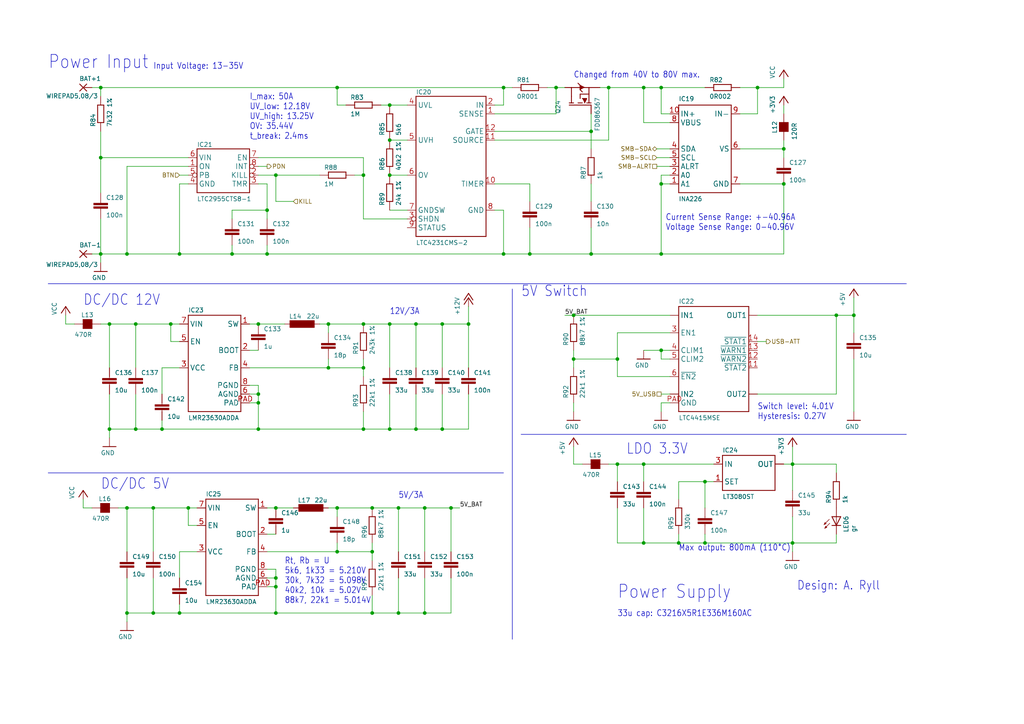
<source format=kicad_sch>
(kicad_sch (version 20250114) (generator "eeschema") (generator_version "9.0")
  (paper "A4")
  (text "DC/DC 12V" (at 24.13 88.9 0) (effects (font (size 3.048 2.5908)) (justify left bottom)))
  (text "33u cap: C3216X5R1E336M160AC" (at 179.07 179.07 0) (effects (font (size 1.778 1.5113)) (justify left bottom)))
  (text "Power Supply" (at 179.07 173.99 0) (effects (font (size 3.81 3.2385)) (justify left bottom)))
  (text "DC/DC 5V" (at 29.21 142.24 0) (effects (font (size 3.048 2.5908)) (justify left bottom)))
  (text "Input Voltage: 13-35V" (at 44.45 20.32 0) (effects (font (size 1.778 1.5113)) (justify left bottom)))
  (text "Max output: 800mA (110°C)" (at 196.85 160.02 0) (effects (font (size 1.778 1.5113)) (justify left bottom)))
  (text "Design: A. Ryll" (at 231.14 171.45 0) (effects (font (size 2.54 2.159)) (justify left bottom)))
  (text "Switch level: 4.01V\nHysteresis: 0.27V" (at 219.71 121.92 0) (effects (font (size 1.778 1.5113)) (justify left bottom)))
  (text "Power Input" (at 13.97 20.32 0) (effects (font (size 3.81 3.2385)) (justify left bottom)))
  (text "LDO 3.3V" (at 181.61 132.08 0) (effects (font (size 3.048 2.5908)) (justify left bottom)))
  (text "Current Sense Range: +-40.96A\nVoltage Sense Range: 0-40.96V" (at 193.04 67.056 0) (effects (font (size 1.778 1.5113)) (justify left bottom)))
  (text "Rt, Rb = U\n5k6, 1k33 = 5.210V\n30k, 7k32 = 5.098V\n40k2, 10k = 5.02V\n88k7, 22k1 = 5.014V" (at 82.55 175.26 0) (effects (font (size 1.778 1.5113)) (justify left bottom)))
  (text "5V Switch" (at 151.13 86.36 0) (effects (font (size 3.048 2.5908)) (justify left bottom)))
  (text "Changed from 40V to 80V max." (at 166.37 22.86 0) (effects (font (size 1.778 1.5113)) (justify left bottom)))
  (text "I_max: 50A\nUV_low: 12.18V\nUV_high: 13.25V\nOV: 35.44V\nt_break: 2.4ms" (at 72.39 40.64 0) (effects (font (size 1.778 1.5113)) (justify left bottom)))
  (text "12V/3A" (at 113.03 91.44 0) (effects (font (size 1.778 1.5113)) (justify left bottom)))
  (text "5V/3A" (at 115.57 144.78 0) (effects (font (size 1.778 1.5113)) (justify left bottom)))
  (junction (at 204.47 139.7))
  (junction (at 52.07 73.66))
  (junction (at 113.03 50.8))
  (junction (at 179.07 104.14))
  (junction (at 146.05 25.4))
  (junction (at 107.95 160.02))
  (junction (at 80.01 177.8))
  (junction (at 39.37 124.46))
  (junction (at 113.03 124.46))
  (junction (at 229.87 134.62))
  (junction (at 146.05 73.66))
  (junction (at 191.77 73.66))
  (junction (at 95.25 106.68))
  (junction (at 227.33 53.34))
  (junction (at 39.37 93.98))
  (junction (at 130.81 147.32))
  (junction (at 31.75 124.46))
  (junction (at 179.07 134.62))
  (junction (at 31.75 93.98))
  (junction (at 120.65 93.98))
  (junction (at 171.45 38.1))
  (junction (at 105.41 124.46))
  (junction (at 115.57 147.32))
  (junction (at 113.03 93.98))
  (junction (at 77.47 60.96))
  (junction (at 95.25 93.98))
  (junction (at 80.01 50.8))
  (junction (at 107.95 177.8))
  (junction (at 46.99 124.46))
  (junction (at 77.47 73.66))
  (junction (at 219.71 25.4))
  (junction (at 161.29 25.4))
  (junction (at 229.87 157.48))
  (junction (at 171.45 73.66))
  (junction (at 115.57 177.8))
  (junction (at 196.85 157.48))
  (junction (at 54.61 147.32))
  (junction (at 29.21 25.4))
  (junction (at 105.41 93.98))
  (junction (at 105.41 106.68))
  (junction (at 74.93 124.46))
  (junction (at 74.93 93.98))
  (junction (at 176.53 25.4))
  (junction (at 227.33 43.18))
  (junction (at 128.27 93.98))
  (junction (at 97.79 25.4))
  (junction (at 128.27 124.46))
  (junction (at 36.83 73.66))
  (junction (at 204.47 157.48))
  (junction (at 135.89 93.98))
  (junction (at 52.07 177.8))
  (junction (at 44.45 177.8))
  (junction (at 80.01 147.32))
  (junction (at 242.57 91.44))
  (junction (at 247.65 91.44))
  (junction (at 67.31 73.66))
  (junction (at 166.37 91.44))
  (junction (at 186.69 157.48))
  (junction (at 123.19 177.8))
  (junction (at 107.95 147.32))
  (junction (at 105.41 50.8))
  (junction (at 29.21 73.66))
  (junction (at 97.79 160.02))
  (junction (at 44.45 147.32))
  (junction (at 80.01 170.18))
  (junction (at 191.77 101.6))
  (junction (at 36.83 177.8))
  (junction (at 153.67 73.66))
  (junction (at 113.03 30.48))
  (junction (at 191.77 53.34))
  (junction (at 36.83 147.32))
  (junction (at 74.93 116.84))
  (junction (at 29.21 45.72))
  (junction (at 74.93 114.3))
  (junction (at 191.77 25.4))
  (junction (at 186.69 134.62))
  (junction (at 123.19 147.32))
  (junction (at 120.65 124.46))
  (junction (at 166.37 104.14))
  (junction (at 97.79 147.32))
  (junction (at 113.03 40.64))
  (junction (at 80.01 167.64))
  (junction (at 186.69 25.4))
  (junction (at 49.53 93.98))
  (wire (pts (xy 29.21 25.4) (xy 97.79 25.4)) (stroke (width 0.1524)))
  (wire (pts (xy 44.45 177.8) (xy 52.07 177.8)) (stroke (width 0.1524)))
  (wire (pts (xy 77.47 165.1) (xy 80.01 165.1)) (stroke (width 0.1524)))
  (wire (pts (xy 207.01 134.62) (xy 186.69 134.62)) (stroke (width 0.1524)))
  (wire (pts (xy 77.47 73.66) (xy 146.05 73.66)) (stroke (width 0.1524)))
  (wire (pts (xy 229.87 157.48) (xy 204.47 157.48)) (stroke (width 0.1524)))
  (wire (pts (xy 166.37 91.44) (xy 163.83 91.44)) (stroke (width 0.1524)))
  (wire (pts (xy 74.93 45.72) (xy 105.41 45.72)) (stroke (width 0.1524)))
  (wire (pts (xy 67.31 71.12) (xy 67.31 73.66)) (stroke (width 0.1524)))
  (wire (pts (xy 52.07 177.8) (xy 80.01 177.8)) (stroke (width 0.1524)))
  (wire (pts (xy 26.67 73.66) (xy 29.21 73.66)) (stroke (width 0.1524)))
  (wire (pts (xy 153.67 73.66) (xy 171.45 73.66)) (stroke (width 0.1524)))
  (wire (pts (xy 80.01 170.18) (xy 80.01 177.8)) (stroke (width 0.1524)))
  (wire (pts (xy 113.03 106.68) (xy 113.03 93.98)) (stroke (width 0.1524)))
  (wire (pts (xy 179.07 109.22) (xy 194.31 109.22)) (stroke (width 0.1524)))
  (wire (pts (xy 229.87 142.24) (xy 229.87 134.62)) (stroke (width 0.1524)))
  (wire (pts (xy 52.07 93.98) (xy 49.53 93.98)) (stroke (width 0.1524)))
  (wire (pts (xy 176.53 40.64) (xy 176.53 25.4)) (stroke (width 0.1524)))
  (wire (pts (xy 74.93 124.46) (xy 105.41 124.46)) (stroke (width 0.1524)))
  (wire (pts (xy 227.33 43.18) (xy 227.33 40.64)) (stroke (width 0.1524)))
  (wire (pts (xy 115.57 177.8) (xy 123.19 177.8)) (stroke (width 0.1524)))
  (wire (pts (xy 67.31 60.96) (xy 67.31 63.5)) (stroke (width 0.1524)))
  (wire (pts (xy 95.25 106.68) (xy 105.41 106.68)) (stroke (width 0.1524)))
  (wire (pts (xy 130.81 147.32) (xy 133.35 147.32)) (stroke (width 0.1524)))
  (wire (pts (xy 143.51 53.34) (xy 153.67 53.34)) (stroke (width 0.1524)))
  (wire (pts (xy 80.01 165.1) (xy 80.01 167.64)) (stroke (width 0.1524)))
  (wire (pts (xy 29.21 93.98) (xy 31.75 93.98)) (stroke (width 0.1524)))
  (wire (pts (xy 176.53 25.4) (xy 186.69 25.4)) (stroke (width 0.1524)))
  (wire (pts (xy 77.47 170.18) (xy 80.01 170.18)) (stroke (width 0.1524)))
  (wire (pts (xy 191.77 53.34) (xy 191.77 73.66)) (stroke (width 0.1524)))
  (wire (pts (xy 105.41 124.46) (xy 113.03 124.46)) (stroke (width 0.1524)))
  (wire (pts (xy 54.61 152.4) (xy 54.61 147.32)) (stroke (width 0.1524)))
  (wire (pts (xy 97.79 149.86) (xy 97.79 147.32)) (stroke (width 0.1524)))
  (wire (pts (xy 46.99 121.92) (xy 46.99 124.46)) (stroke (width 0.1524)))
  (wire (pts (xy 123.19 177.8) (xy 130.81 177.8)) (stroke (width 0.1524)))
  (wire (pts (xy 242.57 134.62) (xy 229.87 134.62)) (stroke (width 0.1524)))
  (wire (pts (xy 80.01 50.8) (xy 80.01 58.42)) (stroke (width 0.1524)))
  (wire (pts (xy 36.83 48.26) (xy 36.83 73.66)) (stroke (width 0.1524)))
  (wire (pts (xy 153.67 66.04) (xy 153.67 73.66)) (stroke (width 0.1524)))
  (wire (pts (xy 77.47 167.64) (xy 80.01 167.64)) (stroke (width 0.1524)))
  (wire (pts (xy 128.27 106.68) (xy 128.27 93.98)) (stroke (width 0.1524)))
  (wire (pts (xy 31.75 124.46) (xy 39.37 124.46)) (stroke (width 0.1524)))
  (wire (pts (xy 113.03 93.98) (xy 120.65 93.98)) (stroke (width 0.1524)))
  (wire (pts (xy 72.39 114.3) (xy 74.93 114.3)) (stroke (width 0.1524)))
  (wire (pts (xy 80.01 147.32) (xy 85.09 147.32)) (stroke (width 0.1524)))
  (wire (pts (xy 105.41 50.8) (xy 105.41 63.5)) (stroke (width 0.1524)))
  (wire (pts (xy 143.51 33.02) (xy 161.29 33.02)) (stroke (width 0.1524)))
  (wire (pts (xy 229.87 134.62) (xy 229.87 129.54)) (stroke (width 0.1524)))
  (wire (pts (xy 242.57 137.16) (xy 242.57 134.62)) (stroke (width 0.1524)))
  (wire (pts (xy 49.53 99.06) (xy 49.53 93.98)) (stroke (width 0.1524)))
  (wire (pts (xy 118.11 40.64) (xy 113.03 40.64)) (stroke (width 0.1524)))
  (wire (pts (xy 113.03 30.48) (xy 110.49 30.48)) (stroke (width 0.1524)))
  (wire (pts (xy 74.93 111.76) (xy 74.93 114.3)) (stroke (width 0.1524)))
  (wire (pts (xy 46.99 124.46) (xy 74.93 124.46)) (stroke (width 0.1524)))
  (wire (pts (xy 113.03 114.3) (xy 113.03 124.46)) (stroke (width 0.1524)))
  (wire (pts (xy 219.71 25.4) (xy 227.33 25.4)) (stroke (width 0.1524)))
  (wire (pts (xy 207.01 139.7) (xy 204.47 139.7)) (stroke (width 0.1524)))
  (wire (pts (xy 194.31 43.18) (xy 190.5 43.18)) (stroke (width 0.1524)))
  (wire (pts (xy 44.45 160.02) (xy 44.45 147.32)) (stroke (width 0.1524)))
  (wire (pts (xy 191.77 73.66) (xy 227.33 73.66)) (stroke (width 0.1524)))
  (wire (pts (xy 67.31 73.66) (xy 77.47 73.66)) (stroke (width 0.1524)))
  (wire (pts (xy 77.47 71.12) (xy 77.47 73.66)) (stroke (width 0.1524)))
  (wire (pts (xy 118.11 50.8) (xy 113.03 50.8)) (stroke (width 0.1524)))
  (wire (pts (xy 135.89 106.68) (xy 135.89 93.98)) (stroke (width 0.1524)))
  (wire (pts (xy 128.27 124.46) (xy 135.89 124.46)) (stroke (width 0.1524)))
  (wire (pts (xy 194.31 91.44) (xy 166.37 91.44)) (stroke (width 0.1524)))
  (wire (pts (xy 179.07 157.48) (xy 179.07 147.32)) (stroke (width 0.1524)))
  (wire (pts (xy 118.11 30.48) (xy 113.03 30.48)) (stroke (width 0.1524)))
  (wire (pts (xy 204.47 139.7) (xy 196.85 139.7)) (stroke (width 0.1524)))
  (wire (pts (xy 36.83 73.66) (xy 52.07 73.66)) (stroke (width 0.1524)))
  (wire (pts (xy 57.15 147.32) (xy 54.61 147.32)) (stroke (width 0.1524)))
  (wire (pts (xy 161.29 33.02) (xy 161.29 25.4)) (stroke (width 0.1524)))
  (wire (pts (xy 120.65 114.3) (xy 120.65 124.46)) (stroke (width 0.1524)))
  (wire (pts (xy 105.41 45.72) (xy 105.41 50.8)) (stroke (width 0.1524)))
  (wire (pts (xy 74.93 116.84) (xy 74.93 124.46)) (stroke (width 0.1524)))
  (wire (pts (xy 219.71 99.06) (xy 222.25 99.06)) (stroke (width 0.1524)))
  (wire (pts (xy 54.61 53.34) (xy 52.07 53.34)) (stroke (width 0.1524)))
  (wire (pts (xy 242.57 157.48) (xy 229.87 157.48)) (stroke (width 0.1524)))
  (wire (pts (xy 161.29 25.4) (xy 158.75 25.4)) (stroke (width 0.1524)))
  (wire (pts (xy 194.31 101.6) (xy 191.77 101.6)) (stroke (width 0.1524)))
  (wire (pts (xy 128.27 93.98) (xy 135.89 93.98)) (stroke (width 0.1524)))
  (wire (pts (xy 194.31 35.56) (xy 186.69 35.56)) (stroke (width 0.1524)))
  (wire (pts (xy 179.07 109.22) (xy 179.07 104.14)) (stroke (width 0.1524)))
  (wire (pts (xy 44.45 147.32) (xy 36.83 147.32)) (stroke (width 0.1524)))
  (wire (pts (xy 36.83 160.02) (xy 36.83 147.32)) (stroke (width 0.1524)))
  (wire (pts (xy 130.81 177.8) (xy 130.81 167.64)) (stroke (width 0.1524)))
  (wire (pts (xy 31.75 114.3) (xy 31.75 124.46)) (stroke (width 0.1524)))
  (wire (pts (xy 191.77 33.02) (xy 191.77 25.4)) (stroke (width 0.1524)))
  (wire (pts (xy 80.01 154.94) (xy 77.47 154.94)) (stroke (width 0.1524)))
  (wire (pts (xy 242.57 91.44) (xy 247.65 91.44)) (stroke (width 0.1524)))
  (wire (pts (xy 77.47 160.02) (xy 97.79 160.02)) (stroke (width 0.1524)))
  (polyline (pts (xy 13.97 82.296) (xy 262.89 82.296)) (stroke (width 0.1524) (type solid)))
  (wire (pts (xy 115.57 147.32) (xy 123.19 147.32)) (stroke (width 0.1524)))
  (wire (pts (xy 52.07 175.26) (xy 52.07 177.8)) (stroke (width 0.1524)))
  (wire (pts (xy 72.39 116.84) (xy 74.93 116.84)) (stroke (width 0.1524)))
  (wire (pts (xy 163.83 25.4) (xy 161.29 25.4)) (stroke (width 0.1524)))
  (wire (pts (xy 143.51 60.96) (xy 146.05 60.96)) (stroke (width 0.1524)))
  (wire (pts (xy 247.65 119.38) (xy 247.65 104.14)) (stroke (width 0.1524)))
  (wire (pts (xy 95.25 147.32) (xy 97.79 147.32)) (stroke (width 0.1524)))
  (wire (pts (xy 171.45 73.66) (xy 191.77 73.66)) (stroke (width 0.1524)))
  (wire (pts (xy 229.87 149.86) (xy 229.87 157.48)) (stroke (width 0.1524)))
  (polyline (pts (xy 151.13 125.984) (xy 262.89 125.984)) (stroke (width 0.1524) (type solid)))
  (wire (pts (xy 194.31 50.8) (xy 191.77 50.8)) (stroke (width 0.1524)))
  (wire (pts (xy 100.33 30.48) (xy 97.79 30.48)) (stroke (width 0.1524)))
  (wire (pts (xy 115.57 167.64) (xy 115.57 177.8)) (stroke (width 0.1524)))
  (wire (pts (xy 146.05 60.96) (xy 146.05 73.66)) (stroke (width 0.1524)))
  (wire (pts (xy 54.61 147.32) (xy 44.45 147.32)) (stroke (width 0.1524)))
  (wire (pts (xy 118.11 60.96) (xy 113.03 60.96)) (stroke (width 0.1524)))
  (wire (pts (xy 143.51 40.64) (xy 176.53 40.64)) (stroke (width 0.1524)))
  (wire (pts (xy 52.07 73.66) (xy 67.31 73.66)) (stroke (width 0.1524)))
  (wire (pts (xy 146.05 25.4) (xy 148.59 25.4)) (stroke (width 0.1524)))
  (wire (pts (xy 54.61 50.8) (xy 52.07 50.8)) (stroke (width 0.1524)))
  (wire (pts (xy 44.45 167.64) (xy 44.45 177.8)) (stroke (width 0.1524)))
  (wire (pts (xy 52.07 160.02) (xy 52.07 167.64)) (stroke (width 0.1524)))
  (wire (pts (xy 186.69 134.62) (xy 186.69 139.7)) (stroke (width 0.1524)))
  (wire (pts (xy 31.75 127) (xy 31.75 124.46)) (stroke (width 0.1524)))
  (wire (pts (xy 191.77 116.84) (xy 191.77 119.38)) (stroke (width 0.1524)))
  (wire (pts (xy 229.87 134.62) (xy 227.33 134.62)) (stroke (width 0.1524)))
  (wire (pts (xy 74.93 114.3) (xy 74.93 116.84)) (stroke (width 0.1524)))
  (wire (pts (xy 36.83 177.8) (xy 44.45 177.8)) (stroke (width 0.1524)))
  (wire (pts (xy 72.39 93.98) (xy 74.93 93.98)) (stroke (width 0.1524)))
  (wire (pts (xy 219.71 114.3) (xy 242.57 114.3)) (stroke (width 0.1524)))
  (wire (pts (xy 171.45 38.1) (xy 171.45 33.02)) (stroke (width 0.1524)))
  (wire (pts (xy 77.47 147.32) (xy 80.01 147.32)) (stroke (width 0.1524)))
  (wire (pts (xy 120.65 124.46) (xy 128.27 124.46)) (stroke (width 0.1524)))
  (wire (pts (xy 194.31 53.34) (xy 191.77 53.34)) (stroke (width 0.1524)))
  (wire (pts (xy 92.71 93.98) (xy 95.25 93.98)) (stroke (width 0.1524)))
  (wire (pts (xy 36.83 167.64) (xy 36.83 177.8)) (stroke (width 0.1524)))
  (wire (pts (xy 74.93 93.98) (xy 82.55 93.98)) (stroke (width 0.1524)))
  (wire (pts (xy 123.19 147.32) (xy 130.81 147.32)) (stroke (width 0.1524)))
  (wire (pts (xy 186.69 35.56) (xy 186.69 25.4)) (stroke (width 0.1524)))
  (wire (pts (xy 166.37 119.38) (xy 166.37 116.84)) (stroke (width 0.1524)))
  (wire (pts (xy 191.77 25.4) (xy 204.47 25.4)) (stroke (width 0.1524)))
  (wire (pts (xy 247.65 96.52) (xy 247.65 91.44)) (stroke (width 0.1524)))
  (wire (pts (xy 191.77 101.6) (xy 186.69 101.6)) (stroke (width 0.1524)))
  (wire (pts (xy 39.37 124.46) (xy 39.37 114.3)) (stroke (width 0.1524)))
  (wire (pts (xy 97.79 25.4) (xy 146.05 25.4)) (stroke (width 0.1524)))
  (wire (pts (xy 107.95 160.02) (xy 107.95 157.48)) (stroke (width 0.1524)))
  (wire (pts (xy 54.61 45.72) (xy 29.21 45.72)) (stroke (width 0.1524)))
  (wire (pts (xy 24.13 147.32) (xy 24.13 144.78)) (stroke (width 0.1524)))
  (wire (pts (xy 204.47 154.94) (xy 204.47 157.48)) (stroke (width 0.1524)))
  (wire (pts (xy 143.51 30.48) (xy 146.05 30.48)) (stroke (width 0.1524)))
  (wire (pts (xy 74.93 48.26) (xy 77.47 48.26)) (stroke (width 0.1524)))
  (wire (pts (xy 196.85 154.94) (xy 196.85 157.48)) (stroke (width 0.1524)))
  (wire (pts (xy 186.69 157.48) (xy 186.69 147.32)) (stroke (width 0.1524)))
  (wire (pts (xy 29.21 73.66) (xy 36.83 73.66)) (stroke (width 0.1524)))
  (wire (pts (xy 19.05 93.98) (xy 19.05 91.44)) (stroke (width 0.1524)))
  (wire (pts (xy 229.87 160.02) (xy 229.87 157.48)) (stroke (width 0.1524)))
  (wire (pts (xy 54.61 48.26) (xy 36.83 48.26)) (stroke (width 0.1524)))
  (wire (pts (xy 186.69 25.4) (xy 191.77 25.4)) (stroke (width 0.1524)))
  (wire (pts (xy 105.41 106.68) (xy 105.41 104.14)) (stroke (width 0.1524)))
  (wire (pts (xy 191.77 104.14) (xy 191.77 101.6)) (stroke (width 0.1524)))
  (wire (pts (xy 80.01 167.64) (xy 80.01 170.18)) (stroke (width 0.1524)))
  (wire (pts (xy 214.63 25.4) (xy 219.71 25.4)) (stroke (width 0.1524)))
  (wire (pts (xy 92.71 50.8) (xy 80.01 50.8)) (stroke (width 0.1524)))
  (wire (pts (xy 227.33 25.4) (xy 227.33 22.86)) (stroke (width 0.1524)))
  (wire (pts (xy 57.15 152.4) (xy 54.61 152.4)) (stroke (width 0.1524)))
  (wire (pts (xy 46.99 106.68) (xy 46.99 114.3)) (stroke (width 0.1524)))
  (wire (pts (xy 166.37 106.68) (xy 166.37 104.14)) (stroke (width 0.1524)))
  (wire (pts (xy 107.95 162.56) (xy 107.95 160.02)) (stroke (width 0.1524)))
  (wire (pts (xy 97.79 160.02) (xy 107.95 160.02)) (stroke (width 0.1524)))
  (wire (pts (xy 179.07 96.52) (xy 194.31 96.52)) (stroke (width 0.1524)))
  (wire (pts (xy 191.77 50.8) (xy 191.77 53.34)) (stroke (width 0.1524)))
  (wire (pts (xy 72.39 111.76) (xy 74.93 111.76)) (stroke (width 0.1524)))
  (wire (pts (xy 143.51 38.1) (xy 171.45 38.1)) (stroke (width 0.1524)))
  (wire (pts (xy 95.25 93.98) (xy 105.41 93.98)) (stroke (width 0.1524)))
  (wire (pts (xy 214.63 53.34) (xy 227.33 53.34)) (stroke (width 0.1524)))
  (wire (pts (xy 135.89 93.98) (xy 135.89 88.9)) (stroke (width 0.1524)))
  (wire (pts (xy 72.39 106.68) (xy 95.25 106.68)) (stroke (width 0.1524)))
  (wire (pts (xy 102.87 50.8) (xy 105.41 50.8)) (stroke (width 0.1524)))
  (wire (pts (xy 29.21 55.88) (xy 29.21 45.72)) (stroke (width 0.1524)))
  (wire (pts (xy 196.85 139.7) (xy 196.85 144.78)) (stroke (width 0.1524)))
  (wire (pts (xy 113.03 124.46) (xy 120.65 124.46)) (stroke (width 0.1524)))
  (wire (pts (xy 194.31 33.02) (xy 191.77 33.02)) (stroke (width 0.1524)))
  (wire (pts (xy 105.41 109.22) (xy 105.41 106.68)) (stroke (width 0.1524)))
  (wire (pts (xy 135.89 124.46) (xy 135.89 114.3)) (stroke (width 0.1524)))
  (wire (pts (xy 194.31 104.14) (xy 191.77 104.14)) (stroke (width 0.1524)))
  (wire (pts (xy 186.69 157.48) (xy 179.07 157.48)) (stroke (width 0.1524)))
  (wire (pts (xy 227.33 33.02) (xy 227.33 30.48)) (stroke (width 0.1524)))
  (wire (pts (xy 105.41 63.5) (xy 118.11 63.5)) (stroke (width 0.1524)))
  (polyline (pts (xy 148.59 83.82) (xy 148.59 185.42)) (stroke (width 0.1524) (type solid)))
  (wire (pts (xy 107.95 172.72) (xy 107.95 177.8)) (stroke (width 0.1524)))
  (wire (pts (xy 214.63 43.18) (xy 227.33 43.18)) (stroke (width 0.1524)))
  (wire (pts (xy 130.81 160.02) (xy 130.81 147.32)) (stroke (width 0.1524)))
  (wire (pts (xy 52.07 99.06) (xy 49.53 99.06)) (stroke (width 0.1524)))
  (wire (pts (xy 168.91 134.62) (xy 166.37 134.62)) (stroke (width 0.1524)))
  (wire (pts (xy 219.71 91.44) (xy 242.57 91.44)) (stroke (width 0.1524)))
  (wire (pts (xy 115.57 160.02) (xy 115.57 147.32)) (stroke (width 0.1524)))
  (wire (pts (xy 105.41 93.98) (xy 113.03 93.98)) (stroke (width 0.1524)))
  (wire (pts (xy 39.37 124.46) (xy 46.99 124.46)) (stroke (width 0.1524)))
  (wire (pts (xy 95.25 106.68) (xy 95.25 104.14)) (stroke (width 0.1524)))
  (polyline (pts (xy 13.97 137.16) (xy 146.05 137.16)) (stroke (width 0.1524) (type solid)))
  (wire (pts (xy 194.31 116.84) (xy 191.77 116.84)) (stroke (width 0.1524)))
  (wire (pts (xy 34.29 147.32) (xy 36.83 147.32)) (stroke (width 0.1524)))
  (wire (pts (xy 219.71 33.02) (xy 219.71 25.4)) (stroke (width 0.1524)))
  (wire (pts (xy 247.65 91.44) (xy 247.65 86.36)) (stroke (width 0.1524)))
  (wire (pts (xy 97.79 160.02) (xy 97.79 157.48)) (stroke (width 0.1524)))
  (wire (pts (xy 227.33 43.18) (xy 227.33 45.72)) (stroke (width 0.1524)))
  (wire (pts (xy 77.47 60.96) (xy 67.31 60.96)) (stroke (width 0.1524)))
  (wire (pts (xy 123.19 167.64) (xy 123.19 177.8)) (stroke (width 0.1524)))
  (wire (pts (xy 97.79 30.48) (xy 97.79 25.4)) (stroke (width 0.1524)))
  (wire (pts (xy 166.37 104.14) (xy 179.07 104.14)) (stroke (width 0.1524)))
  (wire (pts (xy 74.93 53.34) (xy 77.47 53.34)) (stroke (width 0.1524)))
  (wire (pts (xy 171.45 58.42) (xy 171.45 53.34)) (stroke (width 0.1524)))
  (wire (pts (xy 186.69 134.62) (xy 179.07 134.62)) (stroke (width 0.1524)))
  (wire (pts (xy 31.75 106.68) (xy 31.75 93.98)) (stroke (width 0.1524)))
  (wire (pts (xy 105.41 119.38) (xy 105.41 124.46)) (stroke (width 0.1524)))
  (wire (pts (xy 214.63 33.02) (xy 219.71 33.02)) (stroke (width 0.1524)))
  (wire (pts (xy 194.31 114.3) (xy 191.77 114.3)) (stroke (width 0.1524)))
  (wire (pts (xy 107.95 147.32) (xy 115.57 147.32)) (stroke (width 0.1524)))
  (wire (pts (xy 120.65 93.98) (xy 128.27 93.98)) (stroke (width 0.1524)))
  (wire (pts (xy 166.37 134.62) (xy 166.37 129.54)) (stroke (width 0.1524)))
  (wire (pts (xy 120.65 106.68) (xy 120.65 93.98)) (stroke (width 0.1524)))
  (wire (pts (xy 107.95 177.8) (xy 115.57 177.8)) (stroke (width 0.1524)))
  (wire (pts (xy 26.67 25.4) (xy 29.21 25.4)) (stroke (width 0.1524)))
  (wire (pts (xy 204.47 157.48) (xy 196.85 157.48)) (stroke (width 0.1524)))
  (wire (pts (xy 227.33 53.34) (xy 227.33 73.66)) (stroke (width 0.1524)))
  (wire (pts (xy 179.07 134.62) (xy 176.53 134.62)) (stroke (width 0.1524)))
  (wire (pts (xy 194.31 48.26) (xy 190.5 48.26)) (stroke (width 0.1524)))
  (wire (pts (xy 52.07 106.68) (xy 46.99 106.68)) (stroke (width 0.1524)))
  (wire (pts (xy 242.57 154.94) (xy 242.57 157.48)) (stroke (width 0.1524)))
  (wire (pts (xy 146.05 30.48) (xy 146.05 25.4)) (stroke (width 0.1524)))
  (wire (pts (xy 179.07 104.14) (xy 179.07 96.52)) (stroke (width 0.1524)))
  (wire (pts (xy 196.85 157.48) (xy 186.69 157.48)) (stroke (width 0.1524)))
  (wire (pts (xy 171.45 73.66) (xy 171.45 66.04)) (stroke (width 0.1524)))
  (wire (pts (xy 74.93 101.6) (xy 72.39 101.6)) (stroke (width 0.1524)))
  (wire (pts (xy 36.83 180.34) (xy 36.83 177.8)) (stroke (width 0.1524)))
  (wire (pts (xy 194.31 45.72) (xy 190.5 45.72)) (stroke (width 0.1524)))
  (wire (pts (xy 74.93 50.8) (xy 80.01 50.8)) (stroke (width 0.1524)))
  (wire (pts (xy 153.67 53.34) (xy 153.67 58.42)) (stroke (width 0.1524)))
  (wire (pts (xy 80.01 58.42) (xy 85.09 58.42)) (stroke (width 0.1524)))
  (wire (pts (xy 29.21 45.72) (xy 29.21 38.1)) (stroke (width 0.1524)))
  (wire (pts (xy 146.05 73.66) (xy 153.67 73.66)) (stroke (width 0.1524)))
  (wire (pts (xy 21.59 93.98) (xy 19.05 93.98)) (stroke (width 0.1524)))
  (wire (pts (xy 26.67 147.32) (xy 24.13 147.32)) (stroke (width 0.1524)))
  (wire (pts (xy 77.47 60.96) (xy 77.47 63.5)) (stroke (width 0.1524)))
  (wire (pts (xy 128.27 124.46) (xy 128.27 114.3)) (stroke (width 0.1524)))
  (wire (pts (xy 49.53 93.98) (xy 39.37 93.98)) (stroke (width 0.1524)))
  (wire (pts (xy 166.37 104.14) (xy 166.37 101.6)) (stroke (width 0.1524)))
  (wire (pts (xy 29.21 76.2) (xy 29.21 73.66)) (stroke (width 0.1524)))
  (wire (pts (xy 204.47 139.7) (xy 204.47 147.32)) (stroke (width 0.1524)))
  (wire (pts (xy 39.37 93.98) (xy 31.75 93.98)) (stroke (width 0.1524)))
  (wire (pts (xy 57.15 160.02) (xy 52.07 160.02)) (stroke (width 0.1524)))
  (wire (pts (xy 171.45 43.18) (xy 171.45 38.1)) (stroke (width 0.1524)))
  (wire (pts (xy 97.79 147.32) (xy 107.95 147.32)) (stroke (width 0.1524)))
  (wire (pts (xy 29.21 73.66) (xy 29.21 63.5)) (stroke (width 0.1524)))
  (wire (pts (xy 80.01 177.8) (xy 107.95 177.8)) (stroke (width 0.1524)))
  (wire (pts (xy 29.21 27.94) (xy 29.21 25.4)) (stroke (width 0.1524)))
  (wire (pts (xy 176.53 25.4) (xy 173.99 25.4)) (stroke (width 0.1524)))
  (wire (pts (xy 39.37 106.68) (xy 39.37 93.98)) (stroke (width 0.1524)))
  (wire (pts (xy 179.07 134.62) (xy 179.07 139.7)) (stroke (width 0.1524)))
  (wire (pts (xy 242.57 114.3) (xy 242.57 91.44)) (stroke (width 0.1524)))
  (wire (pts (xy 52.07 53.34) (xy 52.07 73.66)) (stroke (width 0.1524)))
  (wire (pts (xy 77.47 53.34) (xy 77.47 60.96)) (stroke (width 0.1524)))
  (wire (pts (xy 95.25 96.52) (xy 95.25 93.98)) (stroke (width 0.1524)))
  (wire (pts (xy 123.19 160.02) (xy 123.19 147.32)) (stroke (width 0.1524)))
  (label "5V_BAT" (at 163.83 91.44 0) (effects (font (size 1.2446 1.2446))))
  (label "5V_BAT" (at 133.35 147.32 0) (effects (font (size 1.2446 1.2446))))
  (hierarchical_label "SMB-SCL" (shape input) (at 190.5 45.72 180) (effects (font (size 1.2446 1.2446))))
  (hierarchical_label "SMB-SDA" (shape bidirectional) (at 190.5 43.18 180) (effects (font (size 1.2446 1.2446))))
  (hierarchical_label "BTN" (shape input) (at 52.07 50.8 180) (effects (font (size 1.2446 1.2446))))
  (hierarchical_label "PDN" (shape output) (at 77.47 48.26 0) (effects (font (size 1.2446 1.2446))))
  (hierarchical_label "KILL" (shape input) (at 85.09 58.42 0) (effects (font (size 1.2446 1.2446))))
  (hierarchical_label "5V_USB" (shape passive) (at 191.77 114.3 180) (effects (font (size 1.2446 1.2446))))
  (hierarchical_label "SMB-ALRT" (shape passive) (at 190.5 48.26 180) (effects (font (size 1.2446 1.2446))))
  (hierarchical_label "USB-ATT" (shape output) (at 222.25 99.06 0) (effects (font (size 1.2446 1.2446))))
  (symbol (lib_id "Powerboard v1-eagle-import:C-EUC0603") (at 97.79 152.4 0) (unit 1)
    (property "Reference" "C148" (at 99.314 152.019 0) (effects (justify left bottom)))
    (property "Value" "18p" (at 99.314 157.099 0) (effects (justify left bottom)))
    (property "Footprint" "Powerboard v1:C0603" (effects (hide yes)))
    (property "Digi-Key" "478-10294-1-ND" (effects (hide yes)))
  )
  (symbol (lib_id "Powerboard v1-eagle-import:LEDCHIP-LED0603") (at 242.57 149.86 0) (unit 1)
    (property "Reference" "LED6" (at 246.126 154.432 90) (effects (justify left bottom)))
    (property "Value" "gr" (at 248.285 154.432 90) (effects (justify left bottom)))
    (property "Footprint" "Powerboard v1:CHIP-LED0603" (effects (hide yes)))
    (property "Digi-Key" "732-4980-1-ND" (effects (hide yes)))
  )
  (symbol (lib_id "Powerboard v1-eagle-import:C-EUC0603") (at 39.37 109.22 0) (unit 1)
    (property "Reference" "C137" (at 40.894 108.839 0) (effects (justify left bottom)))
    (property "Value" "100n" (at 40.894 113.919 0) (effects (justify left bottom)))
    (property "Footprint" "Powerboard v1:C0603" (effects (hide yes)))
    (property "Digi-Key" "1292-1397-1-ND" (effects (hide yes)))
  )
  (symbol (lib_id "Powerboard v1-eagle-import:R-EU_R2512") (at 209.55 25.4 0) (unit 1)
    (property "Reference" "R82" (at 205.74 23.9014 0) (effects (justify left bottom)))
    (property "Value" "0R002" (at 205.74 28.702 0) (effects (justify left bottom)))
    (property "Footprint" "Powerboard v1:R2512" (effects (hide yes)))
    (property "Digi-Key" "696-1186-1-ND " (effects (hide yes)))
  )
  (symbol (lib_id "Powerboard v1-eagle-import:C-EUC1206") (at 179.07 142.24 0) (unit 1)
    (property "Reference" "C143" (at 180.594 141.859 0) (effects (justify left bottom)))
    (property "Value" "33u" (at 180.594 146.939 0) (effects (justify left bottom)))
    (property "Footprint" "Powerboard v1:C1206" (effects (hide yes)))
    (property "Digi-Key" "445-8046-1-ND" (effects (hide yes)))
  )
  (symbol (lib_id "Powerboard v1-eagle-import:VCC") (at 227.33 20.32 0) (unit 1)
    (property "Reference" "#POWER:#P+01" (effects (hide yes)))
    (property "Value" "VCC" (at 224.79 22.86 90) (effects (justify left bottom)))
  )
  (symbol (lib_id "Powerboard v1-eagle-import:R-EU_R0603") (at 196.85 149.86 90) (unit 1)
    (property "Reference" "R95" (at 195.3514 153.67 0) (effects (justify left bottom)))
    (property "Value" "330k" (at 200.152 153.67 0) (effects (justify left bottom)))
    (property "Footprint" "Powerboard v1:R0603" (effects (hide yes)))
    (property "Description" "0.1%" (effects (hide yes)))
    (property "Digi-Key" "YAG1637CT-ND" (effects (hide yes)))
  )
  (symbol (lib_id "Powerboard v1-eagle-import:R-EU_R0603") (at 107.95 167.64 90) (unit 1)
    (property "Reference" "R97" (at 106.4514 171.45 0) (effects (justify left bottom)))
    (property "Value" "22k1 1%" (at 111.252 171.45 0) (effects (justify left bottom)))
    (property "Footprint" "Powerboard v1:R0603" (effects (hide yes)))
    (property "Digi-Key" "P22.1KHCT-ND" (effects (hide yes)))
  )
  (symbol (lib_id "Powerboard v1-eagle-import:R-EU_R0603") (at 113.03 55.88 90) (unit 1)
    (property "Reference" "R89" (at 111.5314 59.69 0) (effects (justify left bottom)))
    (property "Value" "24k 1%" (at 116.332 59.69 0) (effects (justify left bottom)))
    (property "Footprint" "Powerboard v1:R0603" (effects (hide yes)))
    (property "Digi-Key" "P24.0KHCT-ND" (effects (hide yes)))
  )
  (symbol (lib_id "Powerboard v1-eagle-import:LTC4231") (at 130.81 45.72 0) (unit 1)
    (property "Reference" "IC20" (at 120.65 27.432 0) (effects (justify left bottom)))
    (property "Value" "LTC4231CMS-2" (at 120.65 71.12 0) (effects (justify left bottom)))
    (property "Footprint" "Powerboard v1:MSOP-12" (effects (hide yes)))
    (property "Digi-Key" "LTC4231CMS-2#PBF-ND" (effects (hide yes)))
  )
  (symbol (lib_id "Powerboard v1-eagle-import:C-EUC0603") (at 74.93 96.52 0) (unit 1)
    (property "Reference" "C133" (at 76.454 96.139 0) (effects (justify left bottom)))
    (property "Value" "1u" (at 76.454 101.219 0) (effects (justify left bottom)))
    (property "Footprint" "Powerboard v1:C0603" (effects (hide yes)))
    (property "Digi-Key" "1276-1860-1-ND" (effects (hide yes)))
  )
  (symbol (lib_id "Powerboard v1-eagle-import:GND") (at 31.75 129.54 0) (unit 1)
    (property "Reference" "#POWER:#GND06" (effects (hide yes)))
    (property "Value" "GND" (at 29.21 132.08 0) (effects (justify left bottom)))
  )
  (symbol (lib_id "Powerboard v1-eagle-import:C-EUC1206") (at 120.65 109.22 0) (unit 1)
    (property "Reference" "C139" (at 122.174 108.839 0) (effects (justify left bottom)))
    (property "Value" "33u" (at 122.174 113.919 0) (effects (justify left bottom)))
    (property "Footprint" "Powerboard v1:C1206" (effects (hide yes)))
    (property "Digi-Key" "445-8046-1-ND" (effects (hide yes)))
  )
  (symbol (lib_id "Powerboard v1-eagle-import:C-EUC0603") (at 171.45 60.96 0) (unit 1)
    (property "Reference" "C130" (at 172.974 60.579 0) (effects (justify left bottom)))
    (property "Value" "10n" (at 172.974 65.659 0) (effects (justify left bottom)))
    (property "Footprint" "Powerboard v1:C0603" (effects (hide yes)))
    (property "Digi-Key" "399-1091-1-ND" (effects (hide yes)))
  )
  (symbol (lib_id "Powerboard v1-eagle-import:NMOSDPAK") (at 168.91 25.4 90) (unit 1)
    (property "Reference" "Q24" (at 162.56 33.02 0) (effects (justify left bottom)))
    (property "Value" "FDD86367" (at 173.99 38.1 0) (effects (justify left bottom)))
    (property "Footprint" "Powerboard v1:D-PAK_TO252AA" (effects (hide yes)))
    (property "Digi-Key" "FDD86367OSCT-ND" (effects (hide yes)))
  )
  (symbol (lib_id "Powerboard v1-eagle-import:VCC") (at 24.13 142.24 0) (unit 1)
    (property "Reference" "#POWER:#P+06" (effects (hide yes)))
    (property "Value" "VCC" (at 21.59 144.78 90) (effects (justify left bottom)))
  )
  (symbol (lib_id "Powerboard v1-eagle-import:LMR23630_DDA") (at 67.31 157.48 0) (unit 1)
    (property "Reference" "IC25" (at 59.69 144.018 0) (effects (justify left bottom)))
    (property "Value" "LMR23630ADDA" (at 59.69 175.26 0) (effects (justify left bottom)))
    (property "Footprint" "Powerboard v1:DDA_R-PDSO-G8" (effects (hide yes)))
    (property "Digi-Key" "296-44618-5-ND" (effects (hide yes)))
  )
  (symbol (lib_id "Powerboard v1-eagle-import:C-EUC1206") (at 52.07 170.18 0) (unit 1)
    (property "Reference" "C154" (at 53.594 169.799 0) (effects (justify left bottom)))
    (property "Value" "10u" (at 53.594 174.879 0) (effects (justify left bottom)))
    (property "Footprint" "Powerboard v1:C1206" (effects (hide yes)))
    (property "Description" "50V" (effects (hide yes)))
    (property "Digi-Key" "1276-6736-2-ND" (effects (hide yes)))
    (property "Mfg Part #" "C3225X5R1H106M250AB" (effects (hide yes)))
  )
  (symbol (lib_id "Powerboard v1-eagle-import:VCC") (at 19.05 88.9 0) (unit 1)
    (property "Reference" "#POWER:#P+04" (effects (hide yes)))
    (property "Value" "VCC" (at 16.51 91.44 90) (effects (justify left bottom)))
  )
  (symbol (lib_id "Powerboard v1-eagle-import:INA226") (at 204.47 43.18 0) (unit 1)
    (property "Reference" "IC19" (at 196.85 27.94 0) (effects (justify left top)))
    (property "Value" "INA226" (at 196.85 58.42 0) (effects (justify left bottom)))
    (property "Footprint" "Powerboard v1:DGS_S-PDSO-G10" (effects (hide yes)))
    (property "Digi-Key" "296-29034-1-ND" (effects (hide yes)))
  )
  (symbol (lib_id "Powerboard v1-eagle-import:C-EUC1206") (at 36.83 162.56 0) (unit 1)
    (property "Reference" "C149" (at 38.354 162.179 0) (effects (justify left bottom)))
    (property "Value" "10u" (at 38.354 167.259 0) (effects (justify left bottom)))
    (property "Footprint" "Powerboard v1:C1206" (effects (hide yes)))
    (property "Description" "50V" (effects (hide yes)))
    (property "Digi-Key" "1276-6736-2-ND" (effects (hide yes)))
    (property "Mfg Part #" "C3225X5R1H106M250AB" (effects (hide yes)))
  )
  (symbol (lib_id "Powerboard v1-eagle-import:C-EUC0603") (at 130.81 162.56 0) (unit 1)
    (property "Reference" "C153" (at 132.334 162.179 0) (effects (justify left bottom)))
    (property "Value" "100n" (at 132.334 167.259 0) (effects (justify left bottom)))
    (property "Footprint" "Powerboard v1:C0603" (effects (hide yes)))
    (property "Digi-Key" "1292-1397-1-ND" (effects (hide yes)))
  )
  (symbol (lib_id "Powerboard v1-eagle-import:R-EU_R2512") (at 153.67 25.4 0) (unit 1)
    (property "Reference" "R81" (at 149.86 23.9014 0) (effects (justify left bottom)))
    (property "Value" "0R001" (at 149.86 28.702 0) (effects (justify left bottom)))
    (property "Footprint" "Powerboard v1:R2512" (effects (hide yes)))
    (property "Digi-Key" "CSNL2512FT1L00CT-ND" (effects (hide yes)))
  )
  (symbol (lib_id "Powerboard v1-eagle-import:C-EUC0603") (at 44.45 162.56 0) (unit 1)
    (property "Reference" "C150" (at 45.974 162.179 0) (effects (justify left bottom)))
    (property "Value" "100n" (at 45.974 167.259 0) (effects (justify left bottom)))
    (property "Footprint" "Powerboard v1:C0603" (effects (hide yes)))
    (property "Digi-Key" "1292-1397-1-ND" (effects (hide yes)))
  )
  (symbol (lib_id "Powerboard v1-eagle-import:R-EU_R0603") (at 107.95 152.4 90) (unit 1)
    (property "Reference" "R96" (at 106.4514 156.21 0) (effects (justify left bottom)))
    (property "Value" "88k7 1%" (at 111.252 156.21 0) (effects (justify left bottom)))
    (property "Footprint" "Powerboard v1:R0603" (effects (hide yes)))
    (property "Digi-Key" "311-88.7KHRCT-ND" (effects (hide yes)))
  )
  (symbol (lib_id "Powerboard v1-eagle-import:R-EU_R0603") (at 113.03 35.56 90) (unit 1)
    (property "Reference" "R85" (at 111.5314 39.37 0) (effects (justify left bottom)))
    (property "Value" "5k6" (at 116.332 39.37 0) (effects (justify left bottom)))
    (property "Footprint" "Powerboard v1:R0603" (effects (hide yes)))
    (property "Digi-Key" "311-5.60KHRCT-ND" (effects (hide yes)))
  )
  (symbol (lib_id "Powerboard v1-eagle-import:C-EUC0603") (at 135.89 109.22 0) (unit 1)
    (property "Reference" "C141" (at 137.414 108.839 0) (effects (justify left bottom)))
    (property "Value" "100n" (at 137.414 113.919 0) (effects (justify left bottom)))
    (property "Footprint" "Powerboard v1:C0603" (effects (hide yes)))
    (property "Digi-Key" "1292-1397-1-ND" (effects (hide yes)))
  )
  (symbol (lib_id "Powerboard v1-eagle-import:C-EUC1206") (at 31.75 109.22 0) (unit 1)
    (property "Reference" "C136" (at 33.274 108.839 0) (effects (justify left bottom)))
    (property "Value" "10u" (at 33.274 113.919 0) (effects (justify left bottom)))
    (property "Footprint" "Powerboard v1:C1206" (effects (hide yes)))
    (property "Description" "50V" (effects (hide yes)))
    (property "Digi-Key" "1276-6736-2-ND" (effects (hide yes)))
    (property "Mfg Part #" "C3225X5R1H106M250AB" (effects (hide yes)))
  )
  (symbol (lib_id "Powerboard v1-eagle-import:C-EUC0603") (at 77.47 66.04 0) (unit 1)
    (property "Reference" "C132" (at 78.994 65.659 0) (effects (justify left bottom)))
    (property "Value" "100n" (at 78.994 70.739 0) (effects (justify left bottom)))
    (property "Footprint" "Powerboard v1:C0603" (effects (hide yes)))
    (property "Digi-Key" "1292-1397-1-ND" (effects (hide yes)))
  )
  (symbol (lib_id "Powerboard v1-eagle-import:C-EUC0603") (at 67.31 66.04 0) (unit 1)
    (property "Reference" "C131" (at 68.834 65.659 0) (effects (justify left bottom)))
    (property "Value" "100n" (at 68.834 70.739 0) (effects (justify left bottom)))
    (property "Footprint" "Powerboard v1:C0603" (effects (hide yes)))
    (property "Digi-Key" "1292-1397-1-ND" (effects (hide yes)))
  )
  (symbol (lib_id "Powerboard v1-eagle-import:FB_1206") (at 171.45 134.62 0) (unit 1)
    (property "Reference" "L15" (at 170.815 132.715 0) (effects (justify left bottom)))
    (property "Value" "470R" (at 168.91 138.43 0) (effects (justify left bottom)))
    (property "Footprint" "Powerboard v1:L1206" (effects (hide yes)))
    (property "Description" "4A" (effects (hide yes)))
    (property "Digi-Key" "490-16530-1-ND" (effects (hide yes)))
  )
  (symbol (lib_id "Powerboard v1-eagle-import:C-EUC1206") (at 229.87 144.78 0) (unit 1)
    (property "Reference" "C145" (at 231.394 144.399 0) (effects (justify left bottom)))
    (property "Value" "33u" (at 231.394 149.479 0) (effects (justify left bottom)))
    (property "Footprint" "Powerboard v1:C1206" (effects (hide yes)))
    (property "Digi-Key" "445-8046-1-ND" (effects (hide yes)))
  )
  (symbol (lib_id "Powerboard v1-eagle-import:+3V3") (at 227.33 27.94 0) (unit 1)
    (property "Reference" "#POWER:#+3V01" (effects (hide yes)))
    (property "Value" "+3V3" (at 224.79 33.02 90) (effects (justify left bottom)))
  )
  (symbol (lib_id "Powerboard v1-eagle-import:C-EUC0603") (at 186.69 142.24 0) (unit 1)
    (property "Reference" "C144" (at 188.214 141.859 0) (effects (justify left bottom)))
    (property "Value" "100n" (at 188.214 146.939 0) (effects (justify left bottom)))
    (property "Footprint" "Powerboard v1:C0603" (effects (hide yes)))
    (property "Digi-Key" "1292-1397-1-ND" (effects (hide yes)))
  )
  (symbol (lib_id "Powerboard v1-eagle-import:GND") (at 229.87 162.56 0) (unit 1)
    (property "Reference" "#POWER:#GND07" (effects (hide yes)))
    (property "Value" "GND" (at 227.33 165.1 0) (effects (justify left bottom)))
  )
  (symbol (lib_id "Powerboard v1-eagle-import:R-EU_R0603") (at 105.41 114.3 90) (unit 1)
    (property "Reference" "R93" (at 103.9114 118.11 0) (effects (justify left bottom)))
    (property "Value" "22k1 1%" (at 108.712 118.11 0) (effects (justify left bottom)))
    (property "Footprint" "Powerboard v1:R0603" (effects (hide yes)))
    (property "Digi-Key" "P22.1KHCT-ND" (effects (hide yes)))
  )
  (symbol (lib_id "Powerboard v1-eagle-import:FB_1206") (at 24.13 93.98 0) (unit 1)
    (property "Reference" "L13" (at 23.495 92.075 0) (effects (justify left bottom)))
    (property "Value" "470R" (at 21.59 97.79 0) (effects (justify left bottom)))
    (property "Footprint" "Powerboard v1:L1206" (effects (hide yes)))
    (property "Description" "4A" (effects (hide yes)))
    (property "Digi-Key" "490-16530-1-ND" (effects (hide yes)))
  )
  (symbol (lib_id "Powerboard v1-eagle-import:+5V") (at 166.37 127 0) (unit 1)
    (property "Reference" "#POWER:#P+05" (effects (hide yes)))
    (property "Value" "+5V" (at 163.83 132.08 90) (effects (justify left bottom)))
  )
  (symbol (lib_id "Powerboard v1-eagle-import:R-EU_R0603") (at 242.57 142.24 90) (unit 1)
    (property "Reference" "R94" (at 241.0714 146.05 0) (effects (justify left bottom)))
    (property "Value" "1k" (at 245.872 146.05 0) (effects (justify left bottom)))
    (property "Footprint" "Powerboard v1:R0603" (effects (hide yes)))
    (property "Digi-Key" "311-1.00KHRCT-ND" (effects (hide yes)))
  )
  (symbol (lib_id "Powerboard v1-eagle-import:WIREPAD5,08/3") (at 24.13 73.66 0) (unit 1) (in_bom no)
    (property "Reference" "BAT-1" (at 22.987 71.8058 0) (effects (justify left bottom)))
    (property "Value" "WIREPAD5,08/3" (at 13.335 77.47 0) (effects (justify left bottom)))
    (property "Footprint" "Powerboard v1:5,08_3" (effects (hide yes)))
  )
  (symbol (lib_id "Powerboard v1-eagle-import:GND") (at 191.77 121.92 0) (unit 1)
    (property "Reference" "#POWER:#GND04" (effects (hide yes)))
    (property "Value" "GND" (at 189.23 124.46 0) (effects (justify left bottom)))
  )
  (symbol (lib_id "Powerboard v1-eagle-import:GND") (at 166.37 121.92 0) (unit 1)
    (property "Reference" "#POWER:#GND03" (effects (hide yes)))
    (property "Value" "GND" (at 163.83 124.46 0) (effects (justify left bottom)))
  )
  (symbol (lib_id "Powerboard v1-eagle-import:C-EUC1206") (at 115.57 162.56 0) (unit 1)
    (property "Reference" "C151" (at 117.094 162.179 0) (effects (justify left bottom)))
    (property "Value" "33u" (at 117.094 167.259 0) (effects (justify left bottom)))
    (property "Footprint" "Powerboard v1:C1206" (effects (hide yes)))
    (property "Digi-Key" "445-8046-1-ND" (effects (hide yes)))
  )
  (symbol (lib_id "Powerboard v1-eagle-import:WIREPAD5,08/3") (at 24.13 25.4 0) (unit 1) (in_bom no)
    (property "Reference" "BAT+1" (at 22.987 23.5458 0) (effects (justify left bottom)))
    (property "Value" "WIREPAD5,08/3" (at 13.335 28.575 0) (effects (justify left bottom)))
    (property "Footprint" "Powerboard v1:5,08_3" (effects (hide yes)))
  )
  (symbol (lib_id "Powerboard v1-eagle-import:+5V") (at 247.65 83.82 0) (unit 1)
    (property "Reference" "#POWER:#P+02" (effects (hide yes)))
    (property "Value" "+5V" (at 245.11 88.9 90) (effects (justify left bottom)))
  )
  (symbol (lib_id "Powerboard v1-eagle-import:R-EU_R0603") (at 166.37 96.52 90) (unit 1)
    (property "Reference" "R90" (at 164.8714 100.33 0) (effects (justify left bottom)))
    (property "Value" "88k7 1%" (at 169.672 100.33 0) (effects (justify left bottom)))
    (property "Footprint" "Powerboard v1:R0603" (effects (hide yes)))
    (property "Digi-Key" "311-88.7KHRCT-ND" (effects (hide yes)))
  )
  (symbol (lib_id "Powerboard v1-eagle-import:+12V") (at 135.89 86.36 0) (unit 1)
    (property "Reference" "#POWER:#P+03" (effects (hide yes)))
    (property "Value" "+12V" (at 133.35 91.44 90) (effects (justify left bottom)))
  )
  (symbol (lib_id "Powerboard v1-eagle-import:LT3080ST") (at 217.17 139.7 0) (unit 1)
    (property "Reference" "IC24" (at 209.55 131.318 0) (effects (justify left bottom)))
    (property "Value" "LT3080ST" (at 209.55 144.78 0) (effects (justify left bottom)))
    (property "Footprint" "Powerboard v1:SOT223" (effects (hide yes)))
    (property "Digi-Key" "LT3080EST#PBF-ND" (effects (hide yes)))
  )
  (symbol (lib_id "Powerboard v1-eagle-import:R-EU_R0603") (at 105.41 99.06 90) (unit 1)
    (property "Reference" "R91" (at 103.9114 102.87 0) (effects (justify left bottom)))
    (property "Value" "243k 1%" (at 108.712 102.87 0) (effects (justify left bottom)))
    (property "Footprint" "Powerboard v1:R0603" (effects (hide yes)))
    (property "Digi-Key" "311-243KHRCT-ND" (effects (hide yes)))
  )
  (symbol (lib_id "Powerboard v1-eagle-import:C-EUC0603") (at 80.01 149.86 0) (unit 1)
    (property "Reference" "C146" (at 81.534 149.479 0) (effects (justify left bottom)))
    (property "Value" "1u" (at 81.534 154.559 0) (effects (justify left bottom)))
    (property "Footprint" "Powerboard v1:C0603" (effects (hide yes)))
    (property "Digi-Key" "1276-1860-1-ND" (effects (hide yes)))
  )
  (symbol (lib_id "Powerboard v1-eagle-import:GND") (at 247.65 121.92 0) (unit 1)
    (property "Reference" "#POWER:#GND05" (effects (hide yes)))
    (property "Value" "GND" (at 245.11 124.46 0) (effects (justify left bottom)))
  )
  (symbol (lib_id "Powerboard v1-eagle-import:GND") (at 36.83 182.88 0) (unit 1)
    (property "Reference" "#POWER:#GND08" (effects (hide yes)))
    (property "Value" "GND" (at 34.29 185.42 0) (effects (justify left bottom)))
  )
  (symbol (lib_id "Powerboard v1-eagle-import:C-EUC1206") (at 128.27 109.22 0) (unit 1)
    (property "Reference" "C140" (at 129.794 108.839 0) (effects (justify left bottom)))
    (property "Value" "33u" (at 129.794 113.919 0) (effects (justify left bottom)))
    (property "Footprint" "Powerboard v1:C1206" (effects (hide yes)))
    (property "Digi-Key" "445-8046-1-ND" (effects (hide yes)))
  )
  (symbol (lib_id "Powerboard v1-eagle-import:R-EU_R0603") (at 97.79 50.8 0) (unit 1)
    (property "Reference" "R88" (at 93.98 49.3014 0) (effects (justify left bottom)))
    (property "Value" "1M" (at 93.98 54.102 0) (effects (justify left bottom)))
    (property "Footprint" "Powerboard v1:R0603" (effects (hide yes)))
    (property "Digi-Key" "311-1.00MHRCT-ND" (effects (hide yes)))
  )
  (symbol (lib_id "Powerboard v1-eagle-import:R-EU_R0603") (at 105.41 30.48 0) (unit 1)
    (property "Reference" "R83" (at 101.6 28.9814 0) (effects (justify left bottom)))
    (property "Value" "1M" (at 101.6 33.782 0) (effects (justify left bottom)))
    (property "Footprint" "Powerboard v1:R0603" (effects (hide yes)))
    (property "Digi-Key" "311-1.00MHRCT-ND" (effects (hide yes)))
  )
  (symbol (lib_id "Powerboard v1-eagle-import:R-EU_R0603") (at 113.03 45.72 90) (unit 1)
    (property "Reference" "R86" (at 111.5314 49.53 0) (effects (justify left bottom)))
    (property "Value" "40k2 1%" (at 116.332 49.53 0) (effects (justify left bottom)))
    (property "Footprint" "Powerboard v1:R0603" (effects (hide yes)))
    (property "Digi-Key" "311-40.2KHRCT-ND" (effects (hide yes)))
  )
  (symbol (lib_id "Powerboard v1-eagle-import:C-EUC0603") (at 204.47 149.86 0) (unit 1)
    (property "Reference" "C147" (at 205.994 149.479 0) (effects (justify left bottom)))
    (property "Value" "100n" (at 205.994 154.559 0) (effects (justify left bottom)))
    (property "Footprint" "Powerboard v1:C0603" (effects (hide yes)))
    (property "Digi-Key" "1292-1397-1-ND" (effects (hide yes)))
  )
  (symbol (lib_id "Powerboard v1-eagle-import:C-EUC1206") (at 247.65 99.06 0) (unit 1)
    (property "Reference" "C135" (at 249.174 98.679 0) (effects (justify left bottom)))
    (property "Value" "10u" (at 249.174 103.759 0) (effects (justify left bottom)))
    (property "Footprint" "Powerboard v1:C1206" (effects (hide yes)))
    (property "Description" "50V" (effects (hide yes)))
    (property "Digi-Key" "1276-6736-2-ND" (effects (hide yes)))
    (property "Mfg Part #" "C3225X5R1H106M250AB" (effects (hide yes)))
  )
  (symbol (lib_id "Powerboard v1-eagle-import:C-EUC0603") (at 153.67 60.96 0) (unit 1)
    (property "Reference" "C129" (at 155.194 60.579 0) (effects (justify left bottom)))
    (property "Value" "100n" (at 155.194 65.659 0) (effects (justify left bottom)))
    (property "Footprint" "Powerboard v1:C0603" (effects (hide yes)))
    (property "Digi-Key" "1292-1397-1-ND" (effects (hide yes)))
  )
  (symbol (lib_id "Powerboard v1-eagle-import:R-EU_R0603") (at 166.37 111.76 90) (unit 1)
    (property "Reference" "R92" (at 164.8714 115.57 0) (effects (justify left bottom)))
    (property "Value" "22k1 1%" (at 169.672 115.57 0) (effects (justify left bottom)))
    (property "Footprint" "Powerboard v1:R0603" (effects (hide yes)))
    (property "Digi-Key" "P22.1KHCT-ND" (effects (hide yes)))
  )
  (symbol (lib_id "Powerboard v1-eagle-import:R-EU_R0603") (at 29.21 33.02 90) (unit 1)
    (property "Reference" "R84" (at 27.7114 36.83 0) (effects (justify left bottom)))
    (property "Value" "7k32 1%" (at 32.512 36.83 0) (effects (justify left bottom)))
    (property "Footprint" "Powerboard v1:R0603" (effects (hide yes)))
    (property "Digi-Key" "P7.32KHCT-ND" (effects (hide yes)))
  )
  (symbol (lib_id "Powerboard v1-eagle-import:C-EUC0603") (at 95.25 99.06 0) (unit 1)
    (property "Reference" "C134" (at 96.774 98.679 0) (effects (justify left bottom)))
    (property "Value" "18p" (at 96.774 103.759 0) (effects (justify left bottom)))
    (property "Footprint" "Powerboard v1:C0603" (effects (hide yes)))
    (property "Digi-Key" "478-10294-1-ND" (effects (hide yes)))
  )
  (symbol (lib_id "Powerboard v1-eagle-import:FB_0603") (at 227.33 38.1 90) (unit 1)
    (property "Reference" "L12" (at 225.425 38.735 0) (effects (justify left bottom)))
    (property "Value" "120R" (at 231.14 40.64 0) (effects (justify left bottom)))
    (property "Footprint" "Powerboard v1:L0603" (effects (hide yes)))
    (property "Digi-Key" "490-1037-1-ND" (effects (hide yes)))
  )
  (symbol (lib_id "Powerboard v1-eagle-import:GND") (at 186.69 104.14 0) (unit 1)
    (property "Reference" "#POWER:#GND02" (effects (hide yes)))
    (property "Value" "GND" (at 184.15 106.68 0) (effects (justify left bottom)))
  )
  (symbol (lib_id "Powerboard v1-eagle-import:R-EU_R0603") (at 171.45 48.26 90) (unit 1)
    (property "Reference" "R87" (at 169.9514 52.07 0) (effects (justify left bottom)))
    (property "Value" "1k" (at 174.752 52.07 0) (effects (justify left bottom)))
    (property "Footprint" "Powerboard v1:R0603" (effects (hide yes)))
    (property "Digi-Key" "311-1.00KHRCT-ND" (effects (hide yes)))
  )
  (symbol (lib_id "Powerboard v1-eagle-import:C-EUC1206") (at 46.99 116.84 0) (unit 1)
    (property "Reference" "C142" (at 48.514 116.459 0) (effects (justify left bottom)))
    (property "Value" "10u" (at 48.514 121.539 0) (effects (justify left bottom)))
    (property "Footprint" "Powerboard v1:C1206" (effects (hide yes)))
    (property "Description" "50V" (effects (hide yes)))
    (property "Digi-Key" "1276-6736-2-ND" (effects (hide yes)))
    (property "Mfg Part #" "C3225X5R1H106M250AB" (effects (hide yes)))
  )
  (symbol (lib_id "Powerboard v1-eagle-import:C-EUC1206") (at 123.19 162.56 0) (unit 1)
    (property "Reference" "C152" (at 124.714 162.179 0) (effects (justify left bottom)))
    (property "Value" "33u" (at 124.714 167.259 0) (effects (justify left bottom)))
    (property "Footprint" "Powerboard v1:C1206" (effects (hide yes)))
    (property "Digi-Key" "445-8046-1-ND" (effects (hide yes)))
  )
  (symbol (lib_id "Powerboard v1-eagle-import:C-EUC1206") (at 113.03 109.22 0) (unit 1)
    (property "Reference" "C138" (at 114.554 108.839 0) (effects (justify left bottom)))
    (property "Value" "33u" (at 114.554 113.919 0) (effects (justify left bottom)))
    (property "Footprint" "Powerboard v1:C1206" (effects (hide yes)))
    (property "Digi-Key" "445-8046-1-ND" (effects (hide yes)))
  )
  (symbol (lib_id "Powerboard v1-eagle-import:LHCI") (at 87.63 93.98 270) (unit 1)
    (property "Reference" "L14" (at 83.82 92.4814 90) (effects (justify left bottom)))
    (property "Value" "22u" (at 88.9 92.456 90) (effects (justify left bottom)))
    (property "Footprint" "Powerboard v1:WE-HCI" (effects (hide yes)))
    (property "Digi-Key" "SRP6060FA-220MCT-ND" (effects (hide yes)))
  )
  (symbol (lib_id "Powerboard v1-eagle-import:C-EUC0603") (at 29.21 58.42 0) (unit 1)
    (property "Reference" "C128" (at 30.734 58.039 0) (effects (justify left bottom)))
    (property "Value" "100n" (at 30.734 63.119 0) (effects (justify left bottom)))
    (property "Footprint" "Powerboard v1:C0603" (effects (hide yes)))
    (property "Digi-Key" "1292-1397-1-ND" (effects (hide yes)))
  )
  (symbol (lib_id "Powerboard v1-eagle-import:LTC4415MSE") (at 207.01 96.52 0) (unit 1)
    (property "Reference" "IC22" (at 196.85 88.138 0) (effects (justify left bottom)))
    (property "Value" "LTC4415MSE" (at 196.85 121.92 0) (effects (justify left bottom)))
    (property "Footprint" "Powerboard v1:MSOP-16P" (effects (hide yes)))
    (property "Digi-Key" "LTC4415IMSE#PBF-ND" (effects (hide yes)))
  )
  (symbol (lib_id "Powerboard v1-eagle-import:FB_1206") (at 29.21 147.32 0) (unit 1)
    (property "Reference" "L16" (at 28.575 145.415 0) (effects (justify left bottom)))
    (property "Value" "470R" (at 26.67 151.13 0) (effects (justify left bottom)))
    (property "Footprint" "Powerboard v1:L1206" (effects (hide yes)))
    (property "Description" "4A" (effects (hide yes)))
    (property "Digi-Key" "490-16530-1-ND" (effects (hide yes)))
  )
  (symbol (lib_id "Powerboard v1-eagle-import:LTC2955") (at 64.77 48.26 0) (unit 1)
    (property "Reference" "IC21" (at 57.15 42.672 0) (effects (justify left bottom)))
    (property "Value" "LTC2955CTS8-1" (at 57.15 58.42 0) (effects (justify left bottom)))
    (property "Footprint" "Powerboard v1:SOT23-8" (effects (hide yes)))
    (property "Digi-Key" "LTC2955CTS8-1#TRMPBFCT-ND" (effects (hide yes)))
  )
  (symbol (lib_id "Powerboard v1-eagle-import:+3V3") (at 229.87 127 0) (unit 1)
    (property "Reference" "#POWER:#+3V02" (effects (hide yes)))
    (property "Value" "+3V3" (at 227.33 132.08 90) (effects (justify left bottom)))
  )
  (symbol (lib_id "Powerboard v1-eagle-import:LHCI") (at 90.17 147.32 270) (unit 1)
    (property "Reference" "L17" (at 86.36 145.8214 90) (effects (justify left bottom)))
    (property "Value" "22u" (at 91.186 145.796 90) (effects (justify left bottom)))
    (property "Footprint" "Powerboard v1:WE-HCI" (effects (hide yes)))
    (property "Digi-Key" "SRP6060FA-220MCT-ND" (effects (hide yes)))
  )
  (symbol (lib_id "Powerboard v1-eagle-import:C-EUC0603") (at 227.33 48.26 0) (unit 1)
    (property "Reference" "C127" (at 228.854 47.879 0) (effects (justify left bottom)))
    (property "Value" "100n" (at 228.854 52.959 0) (effects (justify left bottom)))
    (property "Footprint" "Powerboard v1:C0603" (effects (hide yes)))
    (property "Digi-Key" "1292-1397-1-ND" (effects (hide yes)))
  )
  (symbol (lib_id "Powerboard v1-eagle-import:GND") (at 29.21 78.74 0) (unit 1)
    (property "Reference" "#POWER:#GND01" (effects (hide yes)))
    (property "Value" "GND" (at 26.67 81.28 0) (effects (justify left bottom)))
  )
  (symbol (lib_id "Powerboard v1-eagle-import:LMR23630_DDA") (at 62.23 104.14 0) (unit 1)
    (property "Reference" "IC23" (at 54.61 90.678 0) (effects (justify left bottom)))
    (property "Value" "LMR23630ADDA" (at 54.61 121.92 0) (effects (justify left bottom)))
    (property "Footprint" "Powerboard v1:DDA_R-PDSO-G8" (effects (hide yes)))
    (property "Digi-Key" "296-44618-5-ND" (effects (hide yes)))
  )
)
</source>
